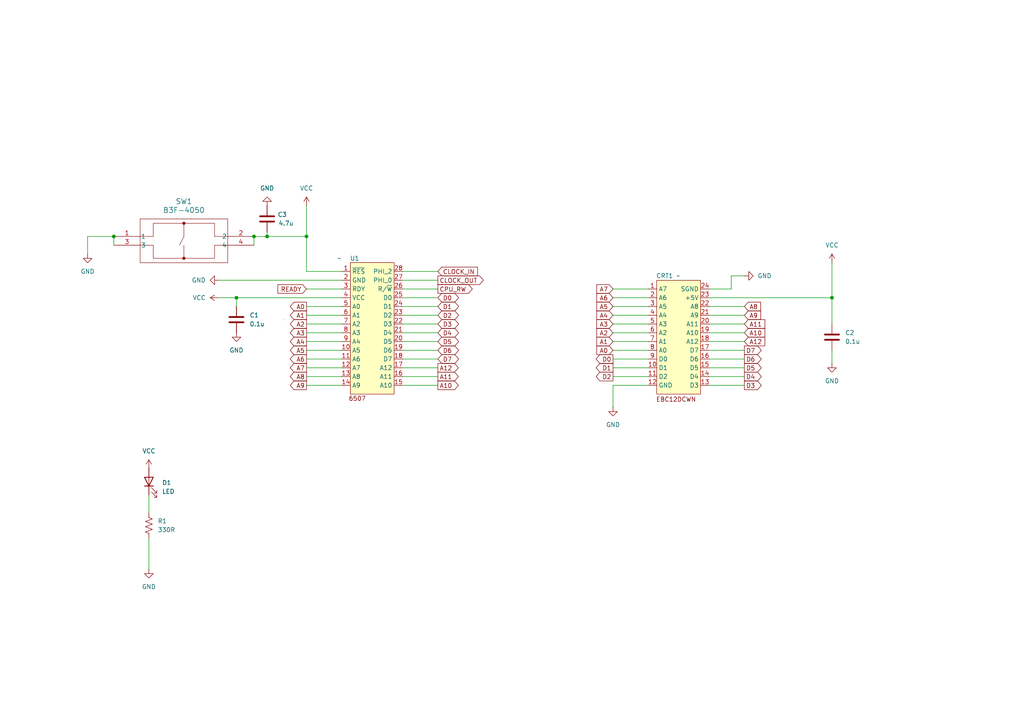
<source format=kicad_sch>
(kicad_sch (version 20231120) (generator "eeschema") (generator_version "8.0")
  (paper "A4")
  (lib_symbols
    (symbol "1_atari_library:6507"
      (property "Reference" "U" (at 0 0 0))
      (symbol "6507_0_1"
        (rectangle (start -20.32 -17.78) (end -20.32 -17.78))
      )
      (symbol "6507_1_1"
        (rectangle (start -1.27 -1.27) (end 11.43 -39.37) (fill (type background)))
        (text "6507" (at 0.762 -40.64 0) (effects (font (size 1.27 1.27))))
        (pin input line (at -3.81 -3.81 0) (length 2.54) (name "~{RES}") (number "1"))
        (pin output line (at -3.81 -26.67 0) (length 2.54) (name "A5") (number "10"))
        (pin output line (at -3.81 -29.21 0) (length 2.54) (name "A6") (number "11"))
        (pin output line (at -3.81 -31.75 0) (length 2.54) (name "A7") (number "12"))
        (pin output line (at -3.81 -34.29 0) (length 2.54) (name "A8") (number "13"))
        (pin output line (at -3.81 -36.83 0) (length 2.54) (name "A9") (number "14"))
        (pin output line (at 13.97 -36.83 180) (length 2.54) (name "A10") (number "15"))
        (pin output line (at 13.97 -34.29 180) (length 2.54) (name "A11") (number "16"))
        (pin output line (at 13.97 -31.75 180) (length 2.54) (name "A12") (number "17"))
        (pin bidirectional line (at 13.97 -29.21 180) (length 2.54) (name "D7") (number "18"))
        (pin bidirectional line (at 13.97 -26.67 180) (length 2.54) (name "D6") (number "19"))
        (pin power_in line (at -3.81 -6.35 0) (length 2.54) (name "GND") (number "2"))
        (pin bidirectional line (at 13.97 -24.13 180) (length 2.54) (name "D5") (number "20"))
        (pin bidirectional line (at 13.97 -21.59 180) (length 2.54) (name "D4") (number "21"))
        (pin bidirectional line (at 13.97 -19.05 180) (length 2.54) (name "D3") (number "22"))
        (pin bidirectional line (at 13.97 -16.51 180) (length 2.54) (name "D2") (number "23"))
        (pin bidirectional line (at 13.97 -13.97 180) (length 2.54) (name "D1") (number "24"))
        (pin bidirectional line (at 13.97 -11.43 180) (length 2.54) (name "D0") (number "25"))
        (pin output line (at 13.97 -8.89 180) (length 2.54) (name "R/~{W}") (number "26"))
        (pin input line (at 13.97 -6.35 180) (length 2.54) (name "PHI_0") (number "27"))
        (pin output line (at 13.97 -3.81 180) (length 2.54) (name "PHI_2") (number "28"))
        (pin input line (at -3.81 -8.89 0) (length 2.54) (name "RDY") (number "3"))
        (pin power_in line (at -3.81 -11.43 0) (length 2.54) (name "VCC") (number "4"))
        (pin output line (at -3.81 -13.97 0) (length 2.54) (name "A0") (number "5"))
        (pin output line (at -3.81 -16.51 0) (length 2.54) (name "A1") (number "6"))
        (pin output line (at -3.81 -19.05 0) (length 2.54) (name "A2") (number "7"))
        (pin output line (at -3.81 -21.59 0) (length 2.54) (name "A3") (number "8"))
        (pin output line (at -3.81 -24.13 0) (length 2.54) (name "A4") (number "9"))
      )
    )
    (symbol "1_atari_library:B3F-4050" (pin_names (offset 0.254))
      (property "Reference" "SW" (at 20.32 10.16 0))
      (property "Value" "B3F-4050" (at 20.32 7.62 0))
      (symbol "B3F-4050_0_1"
        (polyline (pts (xy 7.62 -7.62) (xy 33.02 -7.62)) (stroke (width 0.127)))
        (polyline (pts (xy 7.62 -2.54) (xy 11.43 -2.54)) (stroke (width 0.127)))
        (polyline (pts (xy 7.62 0) (xy 11.43 0)) (stroke (width 0.127)))
        (polyline (pts (xy 7.62 5.08) (xy 7.62 -7.62)) (stroke (width 0.127)))
        (polyline (pts (xy 11.43 -6.35) (xy 29.21 -6.35)) (stroke (width 0.127)))
        (polyline (pts (xy 11.43 -2.54) (xy 11.43 -6.35)) (stroke (width 0.127)))
        (polyline (pts (xy 11.43 0) (xy 11.43 3.81)) (stroke (width 0.127)))
        (polyline (pts (xy 20.32 -2.54) (xy 20.32 -6.35)) (stroke (width 0.127)))
        (polyline (pts (xy 20.32 0) (xy 19.05 -2.54)) (stroke (width 0.127)))
        (polyline (pts (xy 20.32 3.81) (xy 20.32 0)) (stroke (width 0.127)))
        (polyline (pts (xy 29.21 -6.35) (xy 29.21 -2.54)) (stroke (width 0.127)))
        (polyline (pts (xy 29.21 -2.54) (xy 33.02 -2.54)) (stroke (width 0.127)))
        (polyline (pts (xy 29.21 0) (xy 29.21 3.81)) (stroke (width 0.127)))
        (polyline (pts (xy 29.21 3.81) (xy 11.43 3.81)) (stroke (width 0.127)))
        (polyline (pts (xy 33.02 -7.62) (xy 33.02 5.08)) (stroke (width 0.127)))
        (polyline (pts (xy 33.02 0) (xy 29.21 0)) (stroke (width 0.127)))
        (polyline (pts (xy 33.02 5.08) (xy 7.62 5.08)) (stroke (width 0.127)))
        (circle (center 20.32 -6.35) (radius 0.254) (stroke (width 0.381)))
        (circle (center 20.32 3.81) (radius 0.254) (stroke (width 0.381)))
        (pin unspecified line (at 0 0 0) (length 7.62) (name "1") (number "1"))
        (pin unspecified line (at 40.64 0 180) (length 7.62) (name "2") (number "2"))
        (pin unspecified line (at 0 -2.54 0) (length 7.62) (name "3") (number "3"))
        (pin unspecified line (at 40.64 -2.54 180) (length 7.62) (name "4") (number "4"))
      )
    )
    (symbol "1_atari_library:EBC12DCWN"
      (property "Reference" "CRT" (at -0.762 0 0))
      (symbol "EBC12DCWN_1_1"
        (rectangle (start -2.54 -1.27) (end 10.16 -34.29) (fill (type background)))
        (text "EBC12DCWN" (at 3.048 -35.814 0) (effects (font (size 1.27 1.27))))
        (pin input line (at -5.08 -3.81 0) (length 2.54) (name "A7") (number "1"))
        (pin output line (at -5.08 -26.67 0) (length 2.54) (name "D1") (number "10"))
        (pin output line (at -5.08 -29.21 0) (length 2.54) (name "D2") (number "11"))
        (pin power_in line (at -5.08 -31.75 0) (length 2.54) (name "GND") (number "12"))
        (pin output line (at 12.7 -31.75 180) (length 2.54) (name "D3") (number "13"))
        (pin output line (at 12.7 -29.21 180) (length 2.54) (name "D4") (number "14"))
        (pin output line (at 12.7 -26.67 180) (length 2.54) (name "D5") (number "15"))
        (pin output line (at 12.7 -24.13 180) (length 2.54) (name "D6") (number "16"))
        (pin output line (at 12.7 -21.59 180) (length 2.54) (name "D7") (number "17"))
        (pin input line (at 12.7 -19.05 180) (length 2.54) (name "A12") (number "18"))
        (pin input line (at 12.7 -16.51 180) (length 2.54) (name "A10") (number "19"))
        (pin input line (at -5.08 -6.35 0) (length 2.54) (name "A6") (number "2"))
        (pin input line (at 12.7 -13.97 180) (length 2.54) (name "A11") (number "20"))
        (pin input line (at 12.7 -11.43 180) (length 2.54) (name "A9") (number "21"))
        (pin input line (at 12.7 -8.89 180) (length 2.54) (name "A8") (number "22"))
        (pin power_in line (at 12.7 -6.35 180) (length 2.54) (name "+5V") (number "23"))
        (pin power_in line (at 12.7 -3.81 180) (length 2.54) (name "SGND") (number "24"))
        (pin input line (at -5.08 -8.89 0) (length 2.54) (name "A5") (number "3"))
        (pin input line (at -5.08 -11.43 0) (length 2.54) (name "A4") (number "4"))
        (pin input line (at -5.08 -13.97 0) (length 2.54) (name "A3") (number "5"))
        (pin input line (at -5.08 -16.51 0) (length 2.54) (name "A2") (number "6"))
        (pin input line (at -5.08 -19.05 0) (length 2.54) (name "A1") (number "7"))
        (pin input line (at -5.08 -21.59 0) (length 2.54) (name "A0") (number "8"))
        (pin output line (at -5.08 -24.13 0) (length 2.54) (name "D0") (number "9"))
      )
    )
    (symbol "Device:C" (pin_numbers hide) (pin_names (offset 0.254))
      (property "Reference" "C" (at 0.635 2.54 0))
      (property "Value" "C" (at 0.635 -2.54 0))
      (symbol "C_0_1"
        (polyline (pts (xy -2.032 -0.762) (xy 2.032 -0.762)) (stroke (width 0.508)))
        (polyline (pts (xy -2.032 0.762) (xy 2.032 0.762)) (stroke (width 0.508)))
      )
      (symbol "C_1_1"
        (pin passive line (at 0 3.81 270) (length 2.794) (name "~") (number "1"))
        (pin passive line (at 0 -3.81 90) (length 2.794) (name "~") (number "2"))
      )
    )
    (symbol "Device:LED" (pin_numbers hide) (pin_names (offset 1.016) hide)
      (property "Reference" "D" (at 0 2.54 0))
      (property "Value" "LED" (at 0 -2.54 0))
      (symbol "LED_0_1"
        (polyline (pts (xy -1.27 -1.27) (xy -1.27 1.27)) (stroke (width 0.254)))
        (polyline (pts (xy -1.27 0) (xy 1.27 0)))
        (polyline (pts (xy 1.27 -1.27) (xy 1.27 1.27) (xy -1.27 0) (xy 1.27 -1.27)) (stroke (width 0.254)))
        (polyline (pts (xy -3.048 -0.762) (xy -4.572 -2.286) (xy -3.81 -2.286) (xy -4.572 -2.286) (xy -4.572 -1.524)))
        (polyline (pts (xy -1.778 -0.762) (xy -3.302 -2.286) (xy -2.54 -2.286) (xy -3.302 -2.286) (xy -3.302 -1.524)))
      )
      (symbol "LED_1_1"
        (pin passive line (at -3.81 0 0) (length 2.54) (name "K") (number "1"))
        (pin passive line (at 3.81 0 180) (length 2.54) (name "A") (number "2"))
      )
    )
    (symbol "Device:R_US" (pin_numbers hide) (pin_names (offset 0))
      (property "Reference" "R" (at 2.54 0 90))
      (property "Value" "R_US" (at -2.54 0 90))
      (symbol "R_US_0_1"
        (polyline (pts (xy 0 -2.286) (xy 0 -2.54)))
        (polyline (pts (xy 0 2.286) (xy 0 2.54)))
        (polyline (pts (xy 0 -0.762) (xy 1.016 -1.143) (xy 0 -1.524) (xy -1.016 -1.905) (xy 0 -2.286)))
        (polyline (pts (xy 0 0.762) (xy 1.016 0.381) (xy 0 0) (xy -1.016 -0.381) (xy 0 -0.762)))
        (polyline (pts (xy 0 2.286) (xy 1.016 1.905) (xy 0 1.524) (xy -1.016 1.143) (xy 0 0.762)))
      )
      (symbol "R_US_1_1"
        (pin passive line (at 0 3.81 270) (length 1.27) (name "~") (number "1"))
        (pin passive line (at 0 -3.81 90) (length 1.27) (name "~") (number "2"))
      )
    )
    (symbol "power:GND" (power) (pin_numbers hide) (pin_names (offset 0) hide)
      (property "Value" "GND" (at 0 -3.81 0))
      (symbol "GND_0_1"
        (polyline (pts (xy 0 0) (xy 0 -1.27) (xy 1.27 -1.27) (xy 0 -2.54) (xy -1.27 -1.27) (xy 0 -1.27)))
      )
      (symbol "GND_1_1"
        (pin power_in line (at 0 0 270) (length 0) (name "~") (number "1"))
      )
    )
    (symbol "power:VCC" (power) (pin_numbers hide) (pin_names (offset 0) hide)
      (property "Value" "VCC" (at 0 3.556 0))
      (symbol "VCC_0_1"
        (polyline (pts (xy -0.762 1.27) (xy 0 2.54)))
        (polyline (pts (xy 0 0) (xy 0 2.54)))
        (polyline (pts (xy 0 2.54) (xy 0.762 1.27)))
      )
      (symbol "VCC_1_1"
        (pin power_in line (at 0 0 90) (length 0) (name "~") (number "1"))
      )
    )
  )
  (junction (at 77.47 68.58))
  (junction (at 33.02 68.58))
  (junction (at 88.9 68.58))
  (junction (at 241.3 86.36))
  (junction (at 68.58 86.36))
  (junction (at 73.66 68.58))
  (wire (pts (xy 177.8 109.22) (xy 187.96 109.22)))
  (wire (pts (xy 25.4 68.58) (xy 33.02 68.58)))
  (wire (pts (xy 241.3 101.6) (xy 241.3 105.41)))
  (wire (pts (xy 177.8 93.98) (xy 187.96 93.98)))
  (wire (pts (xy 43.18 156.21) (xy 43.18 165.1)))
  (wire (pts (xy 88.9 104.14) (xy 99.06 104.14)))
  (wire (pts (xy 116.84 78.74) (xy 127 78.74)))
  (wire (pts (xy 116.84 91.44) (xy 127 91.44)))
  (wire (pts (xy 73.66 68.58) (xy 77.47 68.58)))
  (wire (pts (xy 177.8 83.82) (xy 187.96 83.82)))
  (wire (pts (xy 88.9 109.22) (xy 99.06 109.22)))
  (wire (pts (xy 177.8 86.36) (xy 187.96 86.36)))
  (wire (pts (xy 177.8 91.44) (xy 187.96 91.44)))
  (wire (pts (xy 177.8 101.6) (xy 187.96 101.6)))
  (wire (pts (xy 205.74 91.44) (xy 215.9 91.44)))
  (wire (pts (xy 205.74 109.22) (xy 215.9 109.22)))
  (wire (pts (xy 88.9 91.44) (xy 99.06 91.44)))
  (wire (pts (xy 68.58 86.36) (xy 99.06 86.36)))
  (wire (pts (xy 43.18 143.51) (xy 43.18 148.59)))
  (wire (pts (xy 177.8 99.06) (xy 187.96 99.06)))
  (wire (pts (xy 205.74 86.36) (xy 241.3 86.36)))
  (wire (pts (xy 116.84 88.9) (xy 127 88.9)))
  (wire (pts (xy 88.9 106.68) (xy 99.06 106.68)))
  (wire (pts (xy 63.5 81.28) (xy 99.06 81.28)))
  (wire (pts (xy 77.47 67.31) (xy 77.47 68.58)))
  (wire (pts (xy 116.84 104.14) (xy 127 104.14)))
  (wire (pts (xy 205.74 88.9) (xy 215.9 88.9)))
  (wire (pts (xy 177.8 88.9) (xy 187.96 88.9)))
  (wire (pts (xy 88.9 111.76) (xy 99.06 111.76)))
  (wire (pts (xy 205.74 101.6) (xy 215.9 101.6)))
  (wire (pts (xy 88.9 101.6) (xy 99.06 101.6)))
  (wire (pts (xy 88.9 96.52) (xy 99.06 96.52)))
  (wire (pts (xy 177.8 104.14) (xy 187.96 104.14)))
  (wire (pts (xy 63.5 86.36) (xy 68.58 86.36)))
  (wire (pts (xy 88.9 83.82) (xy 99.06 83.82)))
  (wire (pts (xy 212.09 83.82) (xy 212.09 80.01)))
  (wire (pts (xy 241.3 86.36) (xy 241.3 93.98)))
  (wire (pts (xy 205.74 104.14) (xy 215.9 104.14)))
  (wire (pts (xy 88.9 99.06) (xy 99.06 99.06)))
  (wire (pts (xy 177.8 111.76) (xy 187.96 111.76)))
  (wire (pts (xy 205.74 99.06) (xy 215.9 99.06)))
  (wire (pts (xy 116.84 83.82) (xy 127 83.82)))
  (wire (pts (xy 116.84 81.28) (xy 127 81.28)))
  (wire (pts (xy 116.84 109.22) (xy 127 109.22)))
  (wire (pts (xy 177.8 111.76) (xy 177.8 118.11)))
  (wire (pts (xy 116.84 99.06) (xy 127 99.06)))
  (wire (pts (xy 212.09 80.01) (xy 215.9 80.01)))
  (wire (pts (xy 88.9 88.9) (xy 99.06 88.9)))
  (wire (pts (xy 25.4 73.66) (xy 25.4 68.58)))
  (wire (pts (xy 205.74 111.76) (xy 215.9 111.76)))
  (wire (pts (xy 205.74 106.68) (xy 215.9 106.68)))
  (wire (pts (xy 88.9 78.74) (xy 99.06 78.74)))
  (wire (pts (xy 77.47 68.58) (xy 88.9 68.58)))
  (wire (pts (xy 241.3 76.2) (xy 241.3 86.36)))
  (wire (pts (xy 68.58 86.36) (xy 68.58 88.9)))
  (wire (pts (xy 33.02 68.58) (xy 33.02 71.12)))
  (wire (pts (xy 73.66 68.58) (xy 73.66 71.12)))
  (wire (pts (xy 116.84 86.36) (xy 127 86.36)))
  (wire (pts (xy 205.74 83.82) (xy 212.09 83.82)))
  (wire (pts (xy 88.9 68.58) (xy 88.9 78.74)))
  (wire (pts (xy 177.8 106.68) (xy 187.96 106.68)))
  (wire (pts (xy 88.9 59.69) (xy 88.9 68.58)))
  (wire (pts (xy 116.84 101.6) (xy 127 101.6)))
  (wire (pts (xy 205.74 93.98) (xy 215.9 93.98)))
  (wire (pts (xy 116.84 111.76) (xy 127 111.76)))
  (wire (pts (xy 88.9 93.98) (xy 99.06 93.98)))
  (wire (pts (xy 205.74 96.52) (xy 215.9 96.52)))
  (wire (pts (xy 177.8 96.52) (xy 187.96 96.52)))
  (wire (pts (xy 116.84 96.52) (xy 127 96.52)))
  (wire (pts (xy 116.84 93.98) (xy 127 93.98)))
  (wire (pts (xy 116.84 106.68) (xy 127 106.68)))
  (global_label "A9" (shape input) (at 215.9 91.44 0) (property "Intersheetrefs" "${INTERSHEET_REFS}" (effects (hide yes))))
  (global_label "A12" (shape input) (at 215.9 99.06 0) (property "Intersheetrefs" "${INTERSHEET_REFS}" (effects (hide yes))))
  (global_label "D6" (shape bidirectional) (at 127 101.6 0) (property "Intersheetrefs" "${INTERSHEET_REFS}" (effects (hide yes))))
  (global_label "A3" (shape output) (at 88.9 96.52 180) (property "Intersheetrefs" "${INTERSHEET_REFS}" (effects (hide yes))))
  (global_label "D5" (shape output) (at 215.9 106.68 0) (property "Intersheetrefs" "${INTERSHEET_REFS}" (effects (hide yes))))
  (global_label "A8" (shape output) (at 88.9 109.22 180) (property "Intersheetrefs" "${INTERSHEET_REFS}" (effects (hide yes))))
  (global_label "CLOCK_OUT" (shape output) (at 127 81.28 0) (property "Intersheetrefs" "${INTERSHEET_REFS}" (effects (hide yes))))
  (global_label "D5" (shape bidirectional) (at 127 99.06 0) (property "Intersheetrefs" "${INTERSHEET_REFS}" (effects (hide yes))))
  (global_label "A11" (shape output) (at 127 109.22 0) (property "Intersheetrefs" "${INTERSHEET_REFS}" (effects (hide yes))))
  (global_label "A11" (shape input) (at 215.9 93.98 0) (property "Intersheetrefs" "${INTERSHEET_REFS}" (effects (hide yes))))
  (global_label "A0" (shape output) (at 88.9 88.9 180) (property "Intersheetrefs" "${INTERSHEET_REFS}" (effects (hide yes))))
  (global_label "A5" (shape input) (at 177.8 88.9 180) (property "Intersheetrefs" "${INTERSHEET_REFS}" (effects (hide yes))))
  (global_label "READY" (shape input) (at 88.9 83.82 180) (property "Intersheetrefs" "${INTERSHEET_REFS}" (effects (hide yes))))
  (global_label "D1" (shape output) (at 177.8 106.68 180) (property "Intersheetrefs" "${INTERSHEET_REFS}" (effects (hide yes))))
  (global_label "D7" (shape bidirectional) (at 127 104.14 0) (property "Intersheetrefs" "${INTERSHEET_REFS}" (effects (hide yes))))
  (global_label "A9" (shape output) (at 88.9 111.76 180) (property "Intersheetrefs" "${INTERSHEET_REFS}" (effects (hide yes))))
  (global_label "D4" (shape output) (at 215.9 109.22 0) (property "Intersheetrefs" "${INTERSHEET_REFS}" (effects (hide yes))))
  (global_label "D2" (shape bidirectional) (at 127 91.44 0) (property "Intersheetrefs" "${INTERSHEET_REFS}" (effects (hide yes))))
  (global_label "A6" (shape output) (at 88.9 104.14 180) (property "Intersheetrefs" "${INTERSHEET_REFS}" (effects (hide yes))))
  (global_label "A1" (shape input) (at 177.8 99.06 180) (property "Intersheetrefs" "${INTERSHEET_REFS}" (effects (hide yes))))
  (global_label "A1" (shape output) (at 88.9 91.44 180) (property "Intersheetrefs" "${INTERSHEET_REFS}" (effects (hide yes))))
  (global_label "D1" (shape bidirectional) (at 127 88.9 0) (property "Intersheetrefs" "${INTERSHEET_REFS}" (effects (hide yes))))
  (global_label "D0" (shape bidirectional) (at 127 86.36 0) (property "Intersheetrefs" "${INTERSHEET_REFS}" (effects (hide yes))))
  (global_label "A5" (shape output) (at 88.9 101.6 180) (property "Intersheetrefs" "${INTERSHEET_REFS}" (effects (hide yes))))
  (global_label "D4" (shape bidirectional) (at 127 96.52 0) (property "Intersheetrefs" "${INTERSHEET_REFS}" (effects (hide yes))))
  (global_label "A8" (shape input) (at 215.9 88.9 0) (property "Intersheetrefs" "${INTERSHEET_REFS}" (effects (hide yes))))
  (global_label "A4" (shape input) (at 177.8 91.44 180) (property "Intersheetrefs" "${INTERSHEET_REFS}" (effects (hide yes))))
  (global_label "CPU_RW" (shape output) (at 127 83.82 0) (property "Intersheetrefs" "${INTERSHEET_REFS}" (effects (hide yes))))
  (global_label "A0" (shape input) (at 177.8 101.6 180) (property "Intersheetrefs" "${INTERSHEET_REFS}" (effects (hide yes))))
  (global_label "A2" (shape input) (at 177.8 96.52 180) (property "Intersheetrefs" "${INTERSHEET_REFS}" (effects (hide yes))))
  (global_label "D0" (shape output) (at 177.8 104.14 180) (property "Intersheetrefs" "${INTERSHEET_REFS}" (effects (hide yes))))
  (global_label "A10" (shape input) (at 215.9 96.52 0) (property "Intersheetrefs" "${INTERSHEET_REFS}" (effects (hide yes))))
  (global_label "A3" (shape input) (at 177.8 93.98 180) (property "Intersheetrefs" "${INTERSHEET_REFS}" (effects (hide yes))))
  (global_label "D2" (shape output) (at 177.8 109.22 180) (property "Intersheetrefs" "${INTERSHEET_REFS}" (effects (hide yes))))
  (global_label "D7" (shape output) (at 215.9 101.6 0) (property "Intersheetrefs" "${INTERSHEET_REFS}" (effects (hide yes))))
  (global_label "A2" (shape output) (at 88.9 93.98 180) (property "Intersheetrefs" "${INTERSHEET_REFS}" (effects (hide yes))))
  (global_label "D6" (shape output) (at 215.9 104.14 0) (property "Intersheetrefs" "${INTERSHEET_REFS}" (effects (hide yes))))
  (global_label "A7" (shape output) (at 88.9 106.68 180) (property "Intersheetrefs" "${INTERSHEET_REFS}" (effects (hide yes))))
  (global_label "A4" (shape output) (at 88.9 99.06 180) (property "Intersheetrefs" "${INTERSHEET_REFS}" (effects (hide yes))))
  (global_label "A12" (shape output) (at 127 106.68 0) (property "Intersheetrefs" "${INTERSHEET_REFS}" (effects (hide yes))))
  (global_label "D3" (shape bidirectional) (at 127 93.98 0) (property "Intersheetrefs" "${INTERSHEET_REFS}" (effects (hide yes))))
  (global_label "CLOCK_IN" (shape input) (at 127 78.74 0) (property "Intersheetrefs" "${INTERSHEET_REFS}" (effects (hide yes))))
  (global_label "A7" (shape input) (at 177.8 83.82 180) (property "Intersheetrefs" "${INTERSHEET_REFS}" (effects (hide yes))))
  (global_label "A10" (shape output) (at 127 111.76 0) (property "Intersheetrefs" "${INTERSHEET_REFS}" (effects (hide yes))))
  (global_label "D3" (shape output) (at 215.9 111.76 0) (property "Intersheetrefs" "${INTERSHEET_REFS}" (effects (hide yes))))
  (global_label "A6" (shape input) (at 177.8 86.36 180) (property "Intersheetrefs" "${INTERSHEET_REFS}" (effects (hide yes))))
  (symbol (lib_id "power:GND") (at 241.3 105.41 0) (unit 1)
    (property "Reference" "#PWR08" (effects (hide yes)))
    (property "Value" "GND" (at 241.3 110.49 0))
    (property "Description" "Power symbol creates a global label with name \"GND\" , ground" (effects (hide yes)))
  )
  (symbol (lib_id "power:VCC") (at 88.9 59.69 0) (unit 1)
    (property "Reference" "#PWR010" (effects (hide yes)))
    (property "Value" "VCC" (at 88.9 54.61 0))
    (property "Description" "Power symbol creates a global label with name \"VCC\"" (effects (hide yes)))
  )
  (symbol (lib_id "power:GND") (at 177.8 118.11 0) (unit 1)
    (property "Reference" "#PWR06" (effects (hide yes)))
    (property "Value" "GND" (at 177.8 123.19 0))
    (property "Description" "Power symbol creates a global label with name \"GND\" , ground" (effects (hide yes)))
  )
  (symbol (lib_id "Device:C") (at 77.47 63.5 0) (unit 1)
    (property "Reference" "C3" (at 80.518 62.23 0) (effects (justify left)))
    (property "Value" "4.7u" (at 80.772 64.77 0) (effects (justify left)))
    (property "Description" "Unpolarized capacitor" (effects (hide yes)))
  )
  (symbol (lib_id "power:VCC") (at 43.18 135.89 0) (unit 1)
    (property "Reference" "#PWR01" (effects (hide yes)))
    (property "Value" "VCC" (at 43.18 130.81 0))
    (property "Description" "Power symbol creates a global label with name \"VCC\"" (effects (hide yes)))
  )
  (symbol (lib_id "power:VCC") (at 241.3 76.2 0) (unit 1)
    (property "Reference" "#PWR07" (effects (hide yes)))
    (property "Value" "VCC" (at 241.3 71.12 0))
    (property "Description" "Power symbol creates a global label with name \"VCC\"" (effects (hide yes)))
  )
  (symbol (lib_id "Device:C") (at 241.3 97.79 0) (unit 1)
    (property "Reference" "C2" (at 245.11 96.5199 0) (effects (justify left)))
    (property "Value" "0.1u" (at 245.11 99.0599 0) (effects (justify left)))
    (property "Description" "Unpolarized capacitor" (effects (hide yes)))
  )
  (symbol (lib_id "1_atari_library:B3F-4050") (at 33.02 68.58 0) (unit 1)
    (property "Reference" "SW1" (at 53.34 58.42 0) (effects (font (size 1.524 1.524))))
    (property "Value" "B3F-4050" (at 53.34 60.96 0) (effects (font (size 1.524 1.524))))
    (property "Footprint" "SW_B3F-4050_OMR" (effects (hide yes)))
    (property "Datasheet" "B3F-4050" (effects (hide yes)))
  )
  (symbol (lib_id "power:GND") (at 68.58 96.52 0) (unit 1)
    (property "Reference" "#PWR04" (effects (hide yes)))
    (property "Value" "GND" (at 68.58 101.6 0))
    (property "Description" "Power symbol creates a global label with name \"GND\" , ground" (effects (hide yes)))
  )
  (symbol (lib_id "power:GND") (at 25.4 73.66 0) (unit 1)
    (property "Reference" "#PWR012" (effects (hide yes)))
    (property "Value" "GND" (at 25.4 78.74 0))
    (property "Description" "Power symbol creates a global label with name \"GND\" , ground" (effects (hide yes)))
  )
  (symbol (lib_id "power:VCC") (at 63.5 86.36 90) (unit 1)
    (property "Reference" "#PWR03" (effects (hide yes)))
    (property "Value" "VCC" (at 59.69 86.3599 90) (effects (justify left)))
    (property "Description" "Power symbol creates a global label with name \"VCC\"" (effects (hide yes)))
  )
  (symbol (lib_id "1_atari_library:EBC12DCWN") (at 193.04 80.01 0) (unit 1)
    (property "Reference" "CRT1" (at 192.786 80.01 0))
    (property "Value" "~" (at 196.7309 80.01 0))
  )
  (symbol (lib_id "Device:C") (at 68.58 92.71 0) (unit 1)
    (property "Reference" "C1" (at 72.39 91.4399 0) (effects (justify left)))
    (property "Value" "0.1u" (at 72.39 93.9799 0) (effects (justify left)))
    (property "Description" "Unpolarized capacitor" (effects (hide yes)))
  )
  (symbol (lib_id "Device:LED") (at 43.18 139.7 90) (unit 1)
    (property "Reference" "D1" (at 46.99 140.0174 90) (effects (justify right)))
    (property "Value" "LED" (at 46.99 142.5574 90) (effects (justify right)))
    (property "Footprint" "Diode_SMD:D_MiniMELF_Handsoldering" (effects (hide yes)))
    (property "Description" "Light emitting diode" (effects (hide yes)))
  )
  (symbol (lib_id "Device:R_US") (at 43.18 152.4 0) (unit 1)
    (property "Reference" "R1" (at 45.72 151.1299 0) (effects (justify left)))
    (property "Value" "330R" (at 45.72 153.6699 0) (effects (justify left)))
    (property "Footprint" "Resistor_SMD:R_0805_2012Metric_Pad1.20x1.40mm_HandSolder" (effects (hide yes)))
    (property "Description" "Resistor, US symbol" (effects (hide yes)))
  )
  (symbol (lib_id "1_atari_library:6507") (at 102.87 74.93 0) (unit 1)
    (property "Reference" "U1" (at 102.87 74.93 0))
    (property "Value" "~" (at 98.425 74.93 0))
  )
  (symbol (lib_id "power:GND") (at 63.5 81.28 270) (unit 1)
    (property "Reference" "#PWR05" (effects (hide yes)))
    (property "Value" "GND" (at 59.69 81.2799 90) (effects (justify right)))
    (property "Description" "Power symbol creates a global label with name \"GND\" , ground" (effects (hide yes)))
  )
  (symbol (lib_id "power:GND") (at 77.47 59.69 180) (unit 1)
    (property "Reference" "#PWR011" (effects (hide yes)))
    (property "Value" "GND" (at 77.47 54.61 0))
    (property "Description" "Power symbol creates a global label with name \"GND\" , ground" (effects (hide yes)))
  )
  (symbol (lib_id "power:GND") (at 215.9 80.01 90) (unit 1)
    (property "Reference" "#PWR09" (effects (hide yes)))
    (property "Value" "GND" (at 219.71 80.0099 90) (effects (justify right)))
    (property "Description" "Power symbol creates a global label with name \"GND\" , ground" (effects (hide yes)))
  )
  (symbol (lib_id "power:GND") (at 43.18 165.1 0) (unit 1)
    (property "Reference" "#PWR02" (effects (hide yes)))
    (property "Value" "GND" (at 43.18 170.18 0))
    (property "Description" "Power symbol creates a global label with name \"GND\" , ground" (effects (hide yes)))
  )
)
</source>
